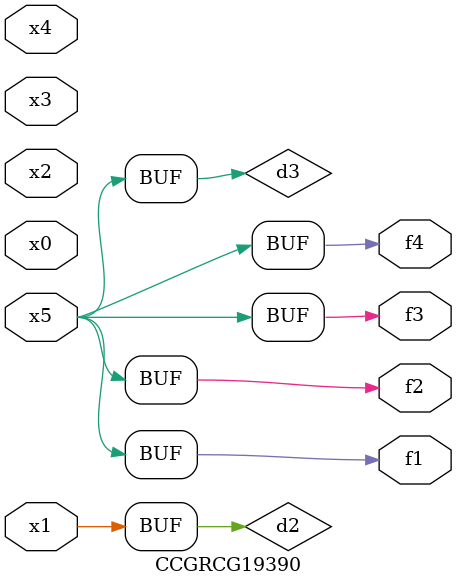
<source format=v>
module CCGRCG19390(
	input x0, x1, x2, x3, x4, x5,
	output f1, f2, f3, f4
);

	wire d1, d2, d3;

	not (d1, x5);
	or (d2, x1);
	xnor (d3, d1);
	assign f1 = d3;
	assign f2 = d3;
	assign f3 = d3;
	assign f4 = d3;
endmodule

</source>
